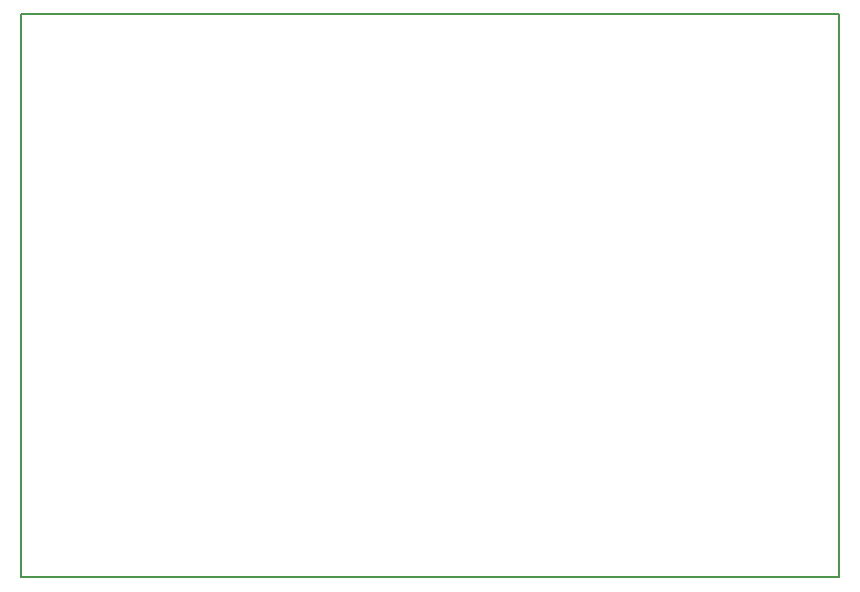
<source format=gbr>
G04 #@! TF.FileFunction,Profile,NP*
%FSLAX46Y46*%
G04 Gerber Fmt 4.6, Leading zero omitted, Abs format (unit mm)*
G04 Created by KiCad (PCBNEW 4.0.7) date Monday, May 28, 2018 'PMt' 10:03:33 PM*
%MOMM*%
%LPD*%
G01*
G04 APERTURE LIST*
%ADD10C,0.100000*%
%ADD11C,0.150000*%
G04 APERTURE END LIST*
D10*
D11*
X201930000Y-50800000D02*
X208915000Y-50800000D01*
X201930000Y-98425000D02*
X201930000Y-50800000D01*
X206375000Y-98425000D02*
X201930000Y-98425000D01*
X208915000Y-98425000D02*
X206375000Y-98425000D01*
X271145000Y-98425000D02*
X266065000Y-98425000D01*
X271145000Y-50800000D02*
X271145000Y-98425000D01*
X266065000Y-50800000D02*
X271145000Y-50800000D01*
X266065000Y-50800000D02*
X208915000Y-50800000D01*
X208915000Y-98425000D02*
X266065000Y-98425000D01*
M02*

</source>
